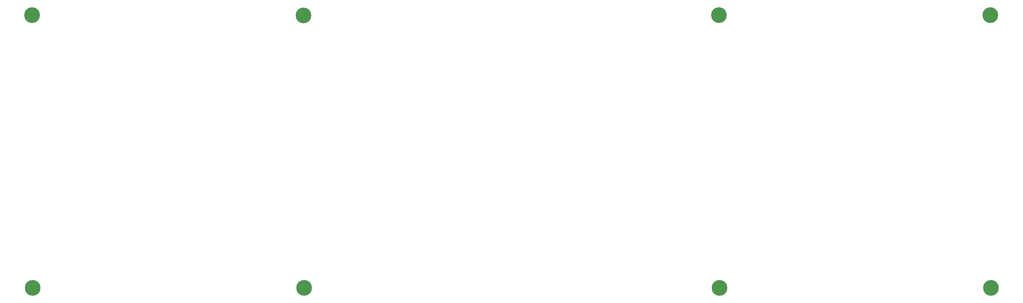
<source format=gbr>
%TF.GenerationSoftware,KiCad,Pcbnew,(6.0.7)*%
%TF.CreationDate,2022-10-26T00:08:19+02:00*%
%TF.ProjectId,skoosk backplate,736b6f6f-736b-4206-9261-636b706c6174,rev?*%
%TF.SameCoordinates,Original*%
%TF.FileFunction,Soldermask,Top*%
%TF.FilePolarity,Negative*%
%FSLAX46Y46*%
G04 Gerber Fmt 4.6, Leading zero omitted, Abs format (unit mm)*
G04 Created by KiCad (PCBNEW (6.0.7)) date 2022-10-26 00:08:19*
%MOMM*%
%LPD*%
G01*
G04 APERTURE LIST*
%ADD10C,4.400000*%
G04 APERTURE END LIST*
D10*
%TO.C,H2*%
X81146500Y-88311400D03*
%TD*%
%TO.C,H3*%
X197253100Y-11936200D03*
%TD*%
%TO.C,H4*%
X273186700Y-11950000D03*
%TD*%
%TO.C,H1*%
X5207000Y-88265000D03*
%TD*%
%TO.C,H4*%
X273313700Y-88277000D03*
%TD*%
%TO.C,H1*%
X5080000Y-11938000D03*
%TD*%
%TO.C,H2*%
X81019500Y-11984400D03*
%TD*%
%TO.C,H3*%
X197380100Y-88263200D03*
%TD*%
M02*

</source>
